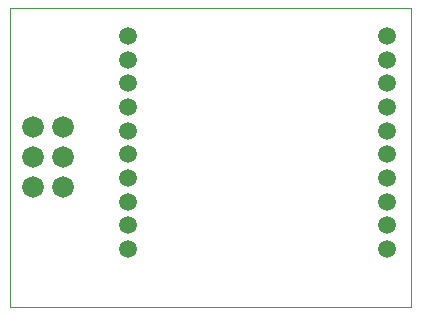
<source format=gts>
G75*
G70*
%OFA0B0*%
%FSLAX24Y24*%
%IPPOS*%
%LPD*%
%AMOC8*
5,1,8,0,0,1.08239X$1,22.5*
%
%ADD10C,0.0000*%
%ADD11C,0.0720*%
%ADD12C,0.0595*%
D10*
X000717Y006913D02*
X000717Y016909D01*
X014087Y016909D01*
X014087Y006913D01*
X000717Y006913D01*
D11*
X001467Y010913D03*
X002467Y010913D03*
X002467Y011913D03*
X001467Y011913D03*
X001467Y012913D03*
X002467Y012913D03*
D12*
X004636Y012807D03*
X004636Y013594D03*
X004636Y014381D03*
X004636Y015169D03*
X004636Y015956D03*
X004636Y012019D03*
X004636Y011232D03*
X004636Y010444D03*
X004636Y009657D03*
X004636Y008870D03*
X013297Y008870D03*
X013297Y009657D03*
X013297Y010444D03*
X013297Y011232D03*
X013297Y012019D03*
X013297Y012807D03*
X013297Y013594D03*
X013297Y014381D03*
X013297Y015169D03*
X013297Y015956D03*
M02*

</source>
